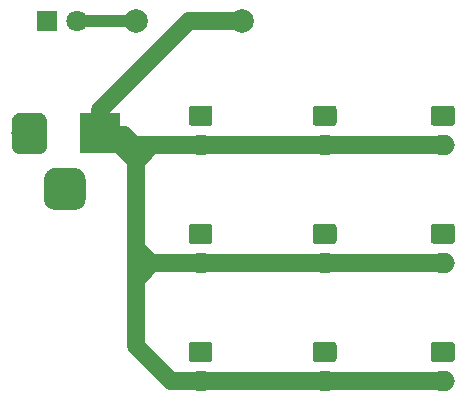
<source format=gbr>
G04 #@! TF.GenerationSoftware,KiCad,Pcbnew,(5.1.4)-1*
G04 #@! TF.CreationDate,2020-10-15T16:48:05+03:00*
G04 #@! TF.ProjectId,12V5A_breakout,31325635-415f-4627-9265-616b6f75742e,rev?*
G04 #@! TF.SameCoordinates,Original*
G04 #@! TF.FileFunction,Copper,L1,Top*
G04 #@! TF.FilePolarity,Positive*
%FSLAX46Y46*%
G04 Gerber Fmt 4.6, Leading zero omitted, Abs format (unit mm)*
G04 Created by KiCad (PCBNEW (5.1.4)-1) date 2020-10-15 16:48:05*
%MOMM*%
%LPD*%
G04 APERTURE LIST*
%ADD10O,2.000000X1.700000*%
%ADD11C,0.100000*%
%ADD12C,1.700000*%
%ADD13C,2.000000*%
%ADD14C,1.800000*%
%ADD15R,1.800000X1.800000*%
%ADD16C,3.500000*%
%ADD17C,3.000000*%
%ADD18R,3.500000X3.500000*%
%ADD19C,1.250000*%
%ADD20C,1.500000*%
%ADD21C,1.000000*%
G04 APERTURE END LIST*
D10*
X109000000Y-53500000D03*
D11*
G36*
X109774504Y-50151204D02*
G01*
X109798773Y-50154804D01*
X109822571Y-50160765D01*
X109845671Y-50169030D01*
X109867849Y-50179520D01*
X109888893Y-50192133D01*
X109908598Y-50206747D01*
X109926777Y-50223223D01*
X109943253Y-50241402D01*
X109957867Y-50261107D01*
X109970480Y-50282151D01*
X109980970Y-50304329D01*
X109989235Y-50327429D01*
X109995196Y-50351227D01*
X109998796Y-50375496D01*
X110000000Y-50400000D01*
X110000000Y-51600000D01*
X109998796Y-51624504D01*
X109995196Y-51648773D01*
X109989235Y-51672571D01*
X109980970Y-51695671D01*
X109970480Y-51717849D01*
X109957867Y-51738893D01*
X109943253Y-51758598D01*
X109926777Y-51776777D01*
X109908598Y-51793253D01*
X109888893Y-51807867D01*
X109867849Y-51820480D01*
X109845671Y-51830970D01*
X109822571Y-51839235D01*
X109798773Y-51845196D01*
X109774504Y-51848796D01*
X109750000Y-51850000D01*
X108250000Y-51850000D01*
X108225496Y-51848796D01*
X108201227Y-51845196D01*
X108177429Y-51839235D01*
X108154329Y-51830970D01*
X108132151Y-51820480D01*
X108111107Y-51807867D01*
X108091402Y-51793253D01*
X108073223Y-51776777D01*
X108056747Y-51758598D01*
X108042133Y-51738893D01*
X108029520Y-51717849D01*
X108019030Y-51695671D01*
X108010765Y-51672571D01*
X108004804Y-51648773D01*
X108001204Y-51624504D01*
X108000000Y-51600000D01*
X108000000Y-50400000D01*
X108001204Y-50375496D01*
X108004804Y-50351227D01*
X108010765Y-50327429D01*
X108019030Y-50304329D01*
X108029520Y-50282151D01*
X108042133Y-50261107D01*
X108056747Y-50241402D01*
X108073223Y-50223223D01*
X108091402Y-50206747D01*
X108111107Y-50192133D01*
X108132151Y-50179520D01*
X108154329Y-50169030D01*
X108177429Y-50160765D01*
X108201227Y-50154804D01*
X108225496Y-50151204D01*
X108250000Y-50150000D01*
X109750000Y-50150000D01*
X109774504Y-50151204D01*
X109774504Y-50151204D01*
G37*
D12*
X109000000Y-51000000D03*
D13*
X93000000Y-43000000D03*
X102000000Y-43000000D03*
D14*
X88040000Y-43000000D03*
D15*
X85500000Y-43000000D03*
D10*
X119000000Y-73500000D03*
D11*
G36*
X119774504Y-70151204D02*
G01*
X119798773Y-70154804D01*
X119822571Y-70160765D01*
X119845671Y-70169030D01*
X119867849Y-70179520D01*
X119888893Y-70192133D01*
X119908598Y-70206747D01*
X119926777Y-70223223D01*
X119943253Y-70241402D01*
X119957867Y-70261107D01*
X119970480Y-70282151D01*
X119980970Y-70304329D01*
X119989235Y-70327429D01*
X119995196Y-70351227D01*
X119998796Y-70375496D01*
X120000000Y-70400000D01*
X120000000Y-71600000D01*
X119998796Y-71624504D01*
X119995196Y-71648773D01*
X119989235Y-71672571D01*
X119980970Y-71695671D01*
X119970480Y-71717849D01*
X119957867Y-71738893D01*
X119943253Y-71758598D01*
X119926777Y-71776777D01*
X119908598Y-71793253D01*
X119888893Y-71807867D01*
X119867849Y-71820480D01*
X119845671Y-71830970D01*
X119822571Y-71839235D01*
X119798773Y-71845196D01*
X119774504Y-71848796D01*
X119750000Y-71850000D01*
X118250000Y-71850000D01*
X118225496Y-71848796D01*
X118201227Y-71845196D01*
X118177429Y-71839235D01*
X118154329Y-71830970D01*
X118132151Y-71820480D01*
X118111107Y-71807867D01*
X118091402Y-71793253D01*
X118073223Y-71776777D01*
X118056747Y-71758598D01*
X118042133Y-71738893D01*
X118029520Y-71717849D01*
X118019030Y-71695671D01*
X118010765Y-71672571D01*
X118004804Y-71648773D01*
X118001204Y-71624504D01*
X118000000Y-71600000D01*
X118000000Y-70400000D01*
X118001204Y-70375496D01*
X118004804Y-70351227D01*
X118010765Y-70327429D01*
X118019030Y-70304329D01*
X118029520Y-70282151D01*
X118042133Y-70261107D01*
X118056747Y-70241402D01*
X118073223Y-70223223D01*
X118091402Y-70206747D01*
X118111107Y-70192133D01*
X118132151Y-70179520D01*
X118154329Y-70169030D01*
X118177429Y-70160765D01*
X118201227Y-70154804D01*
X118225496Y-70151204D01*
X118250000Y-70150000D01*
X119750000Y-70150000D01*
X119774504Y-70151204D01*
X119774504Y-70151204D01*
G37*
D12*
X119000000Y-71000000D03*
D10*
X119000000Y-63500000D03*
D11*
G36*
X119774504Y-60151204D02*
G01*
X119798773Y-60154804D01*
X119822571Y-60160765D01*
X119845671Y-60169030D01*
X119867849Y-60179520D01*
X119888893Y-60192133D01*
X119908598Y-60206747D01*
X119926777Y-60223223D01*
X119943253Y-60241402D01*
X119957867Y-60261107D01*
X119970480Y-60282151D01*
X119980970Y-60304329D01*
X119989235Y-60327429D01*
X119995196Y-60351227D01*
X119998796Y-60375496D01*
X120000000Y-60400000D01*
X120000000Y-61600000D01*
X119998796Y-61624504D01*
X119995196Y-61648773D01*
X119989235Y-61672571D01*
X119980970Y-61695671D01*
X119970480Y-61717849D01*
X119957867Y-61738893D01*
X119943253Y-61758598D01*
X119926777Y-61776777D01*
X119908598Y-61793253D01*
X119888893Y-61807867D01*
X119867849Y-61820480D01*
X119845671Y-61830970D01*
X119822571Y-61839235D01*
X119798773Y-61845196D01*
X119774504Y-61848796D01*
X119750000Y-61850000D01*
X118250000Y-61850000D01*
X118225496Y-61848796D01*
X118201227Y-61845196D01*
X118177429Y-61839235D01*
X118154329Y-61830970D01*
X118132151Y-61820480D01*
X118111107Y-61807867D01*
X118091402Y-61793253D01*
X118073223Y-61776777D01*
X118056747Y-61758598D01*
X118042133Y-61738893D01*
X118029520Y-61717849D01*
X118019030Y-61695671D01*
X118010765Y-61672571D01*
X118004804Y-61648773D01*
X118001204Y-61624504D01*
X118000000Y-61600000D01*
X118000000Y-60400000D01*
X118001204Y-60375496D01*
X118004804Y-60351227D01*
X118010765Y-60327429D01*
X118019030Y-60304329D01*
X118029520Y-60282151D01*
X118042133Y-60261107D01*
X118056747Y-60241402D01*
X118073223Y-60223223D01*
X118091402Y-60206747D01*
X118111107Y-60192133D01*
X118132151Y-60179520D01*
X118154329Y-60169030D01*
X118177429Y-60160765D01*
X118201227Y-60154804D01*
X118225496Y-60151204D01*
X118250000Y-60150000D01*
X119750000Y-60150000D01*
X119774504Y-60151204D01*
X119774504Y-60151204D01*
G37*
D12*
X119000000Y-61000000D03*
D10*
X119000000Y-53500000D03*
D11*
G36*
X119774504Y-50151204D02*
G01*
X119798773Y-50154804D01*
X119822571Y-50160765D01*
X119845671Y-50169030D01*
X119867849Y-50179520D01*
X119888893Y-50192133D01*
X119908598Y-50206747D01*
X119926777Y-50223223D01*
X119943253Y-50241402D01*
X119957867Y-50261107D01*
X119970480Y-50282151D01*
X119980970Y-50304329D01*
X119989235Y-50327429D01*
X119995196Y-50351227D01*
X119998796Y-50375496D01*
X120000000Y-50400000D01*
X120000000Y-51600000D01*
X119998796Y-51624504D01*
X119995196Y-51648773D01*
X119989235Y-51672571D01*
X119980970Y-51695671D01*
X119970480Y-51717849D01*
X119957867Y-51738893D01*
X119943253Y-51758598D01*
X119926777Y-51776777D01*
X119908598Y-51793253D01*
X119888893Y-51807867D01*
X119867849Y-51820480D01*
X119845671Y-51830970D01*
X119822571Y-51839235D01*
X119798773Y-51845196D01*
X119774504Y-51848796D01*
X119750000Y-51850000D01*
X118250000Y-51850000D01*
X118225496Y-51848796D01*
X118201227Y-51845196D01*
X118177429Y-51839235D01*
X118154329Y-51830970D01*
X118132151Y-51820480D01*
X118111107Y-51807867D01*
X118091402Y-51793253D01*
X118073223Y-51776777D01*
X118056747Y-51758598D01*
X118042133Y-51738893D01*
X118029520Y-51717849D01*
X118019030Y-51695671D01*
X118010765Y-51672571D01*
X118004804Y-51648773D01*
X118001204Y-51624504D01*
X118000000Y-51600000D01*
X118000000Y-50400000D01*
X118001204Y-50375496D01*
X118004804Y-50351227D01*
X118010765Y-50327429D01*
X118019030Y-50304329D01*
X118029520Y-50282151D01*
X118042133Y-50261107D01*
X118056747Y-50241402D01*
X118073223Y-50223223D01*
X118091402Y-50206747D01*
X118111107Y-50192133D01*
X118132151Y-50179520D01*
X118154329Y-50169030D01*
X118177429Y-50160765D01*
X118201227Y-50154804D01*
X118225496Y-50151204D01*
X118250000Y-50150000D01*
X119750000Y-50150000D01*
X119774504Y-50151204D01*
X119774504Y-50151204D01*
G37*
D12*
X119000000Y-51000000D03*
D10*
X109000000Y-73500000D03*
D11*
G36*
X109774504Y-70151204D02*
G01*
X109798773Y-70154804D01*
X109822571Y-70160765D01*
X109845671Y-70169030D01*
X109867849Y-70179520D01*
X109888893Y-70192133D01*
X109908598Y-70206747D01*
X109926777Y-70223223D01*
X109943253Y-70241402D01*
X109957867Y-70261107D01*
X109970480Y-70282151D01*
X109980970Y-70304329D01*
X109989235Y-70327429D01*
X109995196Y-70351227D01*
X109998796Y-70375496D01*
X110000000Y-70400000D01*
X110000000Y-71600000D01*
X109998796Y-71624504D01*
X109995196Y-71648773D01*
X109989235Y-71672571D01*
X109980970Y-71695671D01*
X109970480Y-71717849D01*
X109957867Y-71738893D01*
X109943253Y-71758598D01*
X109926777Y-71776777D01*
X109908598Y-71793253D01*
X109888893Y-71807867D01*
X109867849Y-71820480D01*
X109845671Y-71830970D01*
X109822571Y-71839235D01*
X109798773Y-71845196D01*
X109774504Y-71848796D01*
X109750000Y-71850000D01*
X108250000Y-71850000D01*
X108225496Y-71848796D01*
X108201227Y-71845196D01*
X108177429Y-71839235D01*
X108154329Y-71830970D01*
X108132151Y-71820480D01*
X108111107Y-71807867D01*
X108091402Y-71793253D01*
X108073223Y-71776777D01*
X108056747Y-71758598D01*
X108042133Y-71738893D01*
X108029520Y-71717849D01*
X108019030Y-71695671D01*
X108010765Y-71672571D01*
X108004804Y-71648773D01*
X108001204Y-71624504D01*
X108000000Y-71600000D01*
X108000000Y-70400000D01*
X108001204Y-70375496D01*
X108004804Y-70351227D01*
X108010765Y-70327429D01*
X108019030Y-70304329D01*
X108029520Y-70282151D01*
X108042133Y-70261107D01*
X108056747Y-70241402D01*
X108073223Y-70223223D01*
X108091402Y-70206747D01*
X108111107Y-70192133D01*
X108132151Y-70179520D01*
X108154329Y-70169030D01*
X108177429Y-70160765D01*
X108201227Y-70154804D01*
X108225496Y-70151204D01*
X108250000Y-70150000D01*
X109750000Y-70150000D01*
X109774504Y-70151204D01*
X109774504Y-70151204D01*
G37*
D12*
X109000000Y-71000000D03*
D10*
X109000000Y-63500000D03*
D11*
G36*
X109774504Y-60151204D02*
G01*
X109798773Y-60154804D01*
X109822571Y-60160765D01*
X109845671Y-60169030D01*
X109867849Y-60179520D01*
X109888893Y-60192133D01*
X109908598Y-60206747D01*
X109926777Y-60223223D01*
X109943253Y-60241402D01*
X109957867Y-60261107D01*
X109970480Y-60282151D01*
X109980970Y-60304329D01*
X109989235Y-60327429D01*
X109995196Y-60351227D01*
X109998796Y-60375496D01*
X110000000Y-60400000D01*
X110000000Y-61600000D01*
X109998796Y-61624504D01*
X109995196Y-61648773D01*
X109989235Y-61672571D01*
X109980970Y-61695671D01*
X109970480Y-61717849D01*
X109957867Y-61738893D01*
X109943253Y-61758598D01*
X109926777Y-61776777D01*
X109908598Y-61793253D01*
X109888893Y-61807867D01*
X109867849Y-61820480D01*
X109845671Y-61830970D01*
X109822571Y-61839235D01*
X109798773Y-61845196D01*
X109774504Y-61848796D01*
X109750000Y-61850000D01*
X108250000Y-61850000D01*
X108225496Y-61848796D01*
X108201227Y-61845196D01*
X108177429Y-61839235D01*
X108154329Y-61830970D01*
X108132151Y-61820480D01*
X108111107Y-61807867D01*
X108091402Y-61793253D01*
X108073223Y-61776777D01*
X108056747Y-61758598D01*
X108042133Y-61738893D01*
X108029520Y-61717849D01*
X108019030Y-61695671D01*
X108010765Y-61672571D01*
X108004804Y-61648773D01*
X108001204Y-61624504D01*
X108000000Y-61600000D01*
X108000000Y-60400000D01*
X108001204Y-60375496D01*
X108004804Y-60351227D01*
X108010765Y-60327429D01*
X108019030Y-60304329D01*
X108029520Y-60282151D01*
X108042133Y-60261107D01*
X108056747Y-60241402D01*
X108073223Y-60223223D01*
X108091402Y-60206747D01*
X108111107Y-60192133D01*
X108132151Y-60179520D01*
X108154329Y-60169030D01*
X108177429Y-60160765D01*
X108201227Y-60154804D01*
X108225496Y-60151204D01*
X108250000Y-60150000D01*
X109750000Y-60150000D01*
X109774504Y-60151204D01*
X109774504Y-60151204D01*
G37*
D12*
X109000000Y-61000000D03*
D10*
X98500000Y-73500000D03*
D11*
G36*
X99274504Y-70151204D02*
G01*
X99298773Y-70154804D01*
X99322571Y-70160765D01*
X99345671Y-70169030D01*
X99367849Y-70179520D01*
X99388893Y-70192133D01*
X99408598Y-70206747D01*
X99426777Y-70223223D01*
X99443253Y-70241402D01*
X99457867Y-70261107D01*
X99470480Y-70282151D01*
X99480970Y-70304329D01*
X99489235Y-70327429D01*
X99495196Y-70351227D01*
X99498796Y-70375496D01*
X99500000Y-70400000D01*
X99500000Y-71600000D01*
X99498796Y-71624504D01*
X99495196Y-71648773D01*
X99489235Y-71672571D01*
X99480970Y-71695671D01*
X99470480Y-71717849D01*
X99457867Y-71738893D01*
X99443253Y-71758598D01*
X99426777Y-71776777D01*
X99408598Y-71793253D01*
X99388893Y-71807867D01*
X99367849Y-71820480D01*
X99345671Y-71830970D01*
X99322571Y-71839235D01*
X99298773Y-71845196D01*
X99274504Y-71848796D01*
X99250000Y-71850000D01*
X97750000Y-71850000D01*
X97725496Y-71848796D01*
X97701227Y-71845196D01*
X97677429Y-71839235D01*
X97654329Y-71830970D01*
X97632151Y-71820480D01*
X97611107Y-71807867D01*
X97591402Y-71793253D01*
X97573223Y-71776777D01*
X97556747Y-71758598D01*
X97542133Y-71738893D01*
X97529520Y-71717849D01*
X97519030Y-71695671D01*
X97510765Y-71672571D01*
X97504804Y-71648773D01*
X97501204Y-71624504D01*
X97500000Y-71600000D01*
X97500000Y-70400000D01*
X97501204Y-70375496D01*
X97504804Y-70351227D01*
X97510765Y-70327429D01*
X97519030Y-70304329D01*
X97529520Y-70282151D01*
X97542133Y-70261107D01*
X97556747Y-70241402D01*
X97573223Y-70223223D01*
X97591402Y-70206747D01*
X97611107Y-70192133D01*
X97632151Y-70179520D01*
X97654329Y-70169030D01*
X97677429Y-70160765D01*
X97701227Y-70154804D01*
X97725496Y-70151204D01*
X97750000Y-70150000D01*
X99250000Y-70150000D01*
X99274504Y-70151204D01*
X99274504Y-70151204D01*
G37*
D12*
X98500000Y-71000000D03*
D10*
X98500000Y-63500000D03*
D11*
G36*
X99274504Y-60151204D02*
G01*
X99298773Y-60154804D01*
X99322571Y-60160765D01*
X99345671Y-60169030D01*
X99367849Y-60179520D01*
X99388893Y-60192133D01*
X99408598Y-60206747D01*
X99426777Y-60223223D01*
X99443253Y-60241402D01*
X99457867Y-60261107D01*
X99470480Y-60282151D01*
X99480970Y-60304329D01*
X99489235Y-60327429D01*
X99495196Y-60351227D01*
X99498796Y-60375496D01*
X99500000Y-60400000D01*
X99500000Y-61600000D01*
X99498796Y-61624504D01*
X99495196Y-61648773D01*
X99489235Y-61672571D01*
X99480970Y-61695671D01*
X99470480Y-61717849D01*
X99457867Y-61738893D01*
X99443253Y-61758598D01*
X99426777Y-61776777D01*
X99408598Y-61793253D01*
X99388893Y-61807867D01*
X99367849Y-61820480D01*
X99345671Y-61830970D01*
X99322571Y-61839235D01*
X99298773Y-61845196D01*
X99274504Y-61848796D01*
X99250000Y-61850000D01*
X97750000Y-61850000D01*
X97725496Y-61848796D01*
X97701227Y-61845196D01*
X97677429Y-61839235D01*
X97654329Y-61830970D01*
X97632151Y-61820480D01*
X97611107Y-61807867D01*
X97591402Y-61793253D01*
X97573223Y-61776777D01*
X97556747Y-61758598D01*
X97542133Y-61738893D01*
X97529520Y-61717849D01*
X97519030Y-61695671D01*
X97510765Y-61672571D01*
X97504804Y-61648773D01*
X97501204Y-61624504D01*
X97500000Y-61600000D01*
X97500000Y-60400000D01*
X97501204Y-60375496D01*
X97504804Y-60351227D01*
X97510765Y-60327429D01*
X97519030Y-60304329D01*
X97529520Y-60282151D01*
X97542133Y-60261107D01*
X97556747Y-60241402D01*
X97573223Y-60223223D01*
X97591402Y-60206747D01*
X97611107Y-60192133D01*
X97632151Y-60179520D01*
X97654329Y-60169030D01*
X97677429Y-60160765D01*
X97701227Y-60154804D01*
X97725496Y-60151204D01*
X97750000Y-60150000D01*
X99250000Y-60150000D01*
X99274504Y-60151204D01*
X99274504Y-60151204D01*
G37*
D12*
X98500000Y-61000000D03*
D10*
X98500000Y-53500000D03*
D11*
G36*
X99274504Y-50151204D02*
G01*
X99298773Y-50154804D01*
X99322571Y-50160765D01*
X99345671Y-50169030D01*
X99367849Y-50179520D01*
X99388893Y-50192133D01*
X99408598Y-50206747D01*
X99426777Y-50223223D01*
X99443253Y-50241402D01*
X99457867Y-50261107D01*
X99470480Y-50282151D01*
X99480970Y-50304329D01*
X99489235Y-50327429D01*
X99495196Y-50351227D01*
X99498796Y-50375496D01*
X99500000Y-50400000D01*
X99500000Y-51600000D01*
X99498796Y-51624504D01*
X99495196Y-51648773D01*
X99489235Y-51672571D01*
X99480970Y-51695671D01*
X99470480Y-51717849D01*
X99457867Y-51738893D01*
X99443253Y-51758598D01*
X99426777Y-51776777D01*
X99408598Y-51793253D01*
X99388893Y-51807867D01*
X99367849Y-51820480D01*
X99345671Y-51830970D01*
X99322571Y-51839235D01*
X99298773Y-51845196D01*
X99274504Y-51848796D01*
X99250000Y-51850000D01*
X97750000Y-51850000D01*
X97725496Y-51848796D01*
X97701227Y-51845196D01*
X97677429Y-51839235D01*
X97654329Y-51830970D01*
X97632151Y-51820480D01*
X97611107Y-51807867D01*
X97591402Y-51793253D01*
X97573223Y-51776777D01*
X97556747Y-51758598D01*
X97542133Y-51738893D01*
X97529520Y-51717849D01*
X97519030Y-51695671D01*
X97510765Y-51672571D01*
X97504804Y-51648773D01*
X97501204Y-51624504D01*
X97500000Y-51600000D01*
X97500000Y-50400000D01*
X97501204Y-50375496D01*
X97504804Y-50351227D01*
X97510765Y-50327429D01*
X97519030Y-50304329D01*
X97529520Y-50282151D01*
X97542133Y-50261107D01*
X97556747Y-50241402D01*
X97573223Y-50223223D01*
X97591402Y-50206747D01*
X97611107Y-50192133D01*
X97632151Y-50179520D01*
X97654329Y-50169030D01*
X97677429Y-50160765D01*
X97701227Y-50154804D01*
X97725496Y-50151204D01*
X97750000Y-50150000D01*
X99250000Y-50150000D01*
X99274504Y-50151204D01*
X99274504Y-50151204D01*
G37*
D12*
X98500000Y-51000000D03*
D11*
G36*
X87960765Y-55454213D02*
G01*
X88045704Y-55466813D01*
X88128999Y-55487677D01*
X88209848Y-55516605D01*
X88287472Y-55553319D01*
X88361124Y-55597464D01*
X88430094Y-55648616D01*
X88493718Y-55706282D01*
X88551384Y-55769906D01*
X88602536Y-55838876D01*
X88646681Y-55912528D01*
X88683395Y-55990152D01*
X88712323Y-56071001D01*
X88733187Y-56154296D01*
X88745787Y-56239235D01*
X88750000Y-56325000D01*
X88750000Y-58075000D01*
X88745787Y-58160765D01*
X88733187Y-58245704D01*
X88712323Y-58328999D01*
X88683395Y-58409848D01*
X88646681Y-58487472D01*
X88602536Y-58561124D01*
X88551384Y-58630094D01*
X88493718Y-58693718D01*
X88430094Y-58751384D01*
X88361124Y-58802536D01*
X88287472Y-58846681D01*
X88209848Y-58883395D01*
X88128999Y-58912323D01*
X88045704Y-58933187D01*
X87960765Y-58945787D01*
X87875000Y-58950000D01*
X86125000Y-58950000D01*
X86039235Y-58945787D01*
X85954296Y-58933187D01*
X85871001Y-58912323D01*
X85790152Y-58883395D01*
X85712528Y-58846681D01*
X85638876Y-58802536D01*
X85569906Y-58751384D01*
X85506282Y-58693718D01*
X85448616Y-58630094D01*
X85397464Y-58561124D01*
X85353319Y-58487472D01*
X85316605Y-58409848D01*
X85287677Y-58328999D01*
X85266813Y-58245704D01*
X85254213Y-58160765D01*
X85250000Y-58075000D01*
X85250000Y-56325000D01*
X85254213Y-56239235D01*
X85266813Y-56154296D01*
X85287677Y-56071001D01*
X85316605Y-55990152D01*
X85353319Y-55912528D01*
X85397464Y-55838876D01*
X85448616Y-55769906D01*
X85506282Y-55706282D01*
X85569906Y-55648616D01*
X85638876Y-55597464D01*
X85712528Y-55553319D01*
X85790152Y-55516605D01*
X85871001Y-55487677D01*
X85954296Y-55466813D01*
X86039235Y-55454213D01*
X86125000Y-55450000D01*
X87875000Y-55450000D01*
X87960765Y-55454213D01*
X87960765Y-55454213D01*
G37*
D16*
X87000000Y-57200000D03*
D11*
G36*
X84823513Y-50753611D02*
G01*
X84896318Y-50764411D01*
X84967714Y-50782295D01*
X85037013Y-50807090D01*
X85103548Y-50838559D01*
X85166678Y-50876398D01*
X85225795Y-50920242D01*
X85280330Y-50969670D01*
X85329758Y-51024205D01*
X85373602Y-51083322D01*
X85411441Y-51146452D01*
X85442910Y-51212987D01*
X85467705Y-51282286D01*
X85485589Y-51353682D01*
X85496389Y-51426487D01*
X85500000Y-51500000D01*
X85500000Y-53500000D01*
X85496389Y-53573513D01*
X85485589Y-53646318D01*
X85467705Y-53717714D01*
X85442910Y-53787013D01*
X85411441Y-53853548D01*
X85373602Y-53916678D01*
X85329758Y-53975795D01*
X85280330Y-54030330D01*
X85225795Y-54079758D01*
X85166678Y-54123602D01*
X85103548Y-54161441D01*
X85037013Y-54192910D01*
X84967714Y-54217705D01*
X84896318Y-54235589D01*
X84823513Y-54246389D01*
X84750000Y-54250000D01*
X83250000Y-54250000D01*
X83176487Y-54246389D01*
X83103682Y-54235589D01*
X83032286Y-54217705D01*
X82962987Y-54192910D01*
X82896452Y-54161441D01*
X82833322Y-54123602D01*
X82774205Y-54079758D01*
X82719670Y-54030330D01*
X82670242Y-53975795D01*
X82626398Y-53916678D01*
X82588559Y-53853548D01*
X82557090Y-53787013D01*
X82532295Y-53717714D01*
X82514411Y-53646318D01*
X82503611Y-53573513D01*
X82500000Y-53500000D01*
X82500000Y-51500000D01*
X82503611Y-51426487D01*
X82514411Y-51353682D01*
X82532295Y-51282286D01*
X82557090Y-51212987D01*
X82588559Y-51146452D01*
X82626398Y-51083322D01*
X82670242Y-51024205D01*
X82719670Y-50969670D01*
X82774205Y-50920242D01*
X82833322Y-50876398D01*
X82896452Y-50838559D01*
X82962987Y-50807090D01*
X83032286Y-50782295D01*
X83103682Y-50764411D01*
X83176487Y-50753611D01*
X83250000Y-50750000D01*
X84750000Y-50750000D01*
X84823513Y-50753611D01*
X84823513Y-50753611D01*
G37*
D17*
X84000000Y-52500000D03*
D18*
X90000000Y-52500000D03*
D19*
X91500000Y-53500000D02*
X93000000Y-55000000D01*
X94500000Y-63500000D02*
X93000000Y-62000000D01*
X94500000Y-63500000D02*
X93000000Y-65000000D01*
X93000000Y-55000000D02*
X94500000Y-53500000D01*
D20*
X100585787Y-43000000D02*
X102000000Y-43000000D01*
X97500000Y-43000000D02*
X100585787Y-43000000D01*
X90000000Y-50500000D02*
X97500000Y-43000000D01*
X90000000Y-52500000D02*
X90000000Y-50500000D01*
X93000000Y-53500000D02*
X98500000Y-53500000D01*
X98500000Y-53500000D02*
X109000000Y-53500000D01*
X109000000Y-53500000D02*
X119000000Y-53500000D01*
X98500000Y-73500000D02*
X109000000Y-73500000D01*
X109000000Y-73500000D02*
X119000000Y-73500000D01*
X98500000Y-63500000D02*
X93000000Y-63500000D01*
X93000000Y-53500000D02*
X93000000Y-63500000D01*
X98500000Y-63500000D02*
X109000000Y-63500000D01*
X109000000Y-63500000D02*
X119000000Y-63500000D01*
X96000000Y-73500000D02*
X98500000Y-73500000D01*
X93000000Y-63500000D02*
X93000000Y-70500000D01*
X93000000Y-70500000D02*
X96000000Y-73500000D01*
D19*
X92000000Y-52500000D02*
X90000000Y-52500000D01*
X93000000Y-53500000D02*
X92000000Y-52500000D01*
D21*
X93000000Y-43000000D02*
X88040000Y-43000000D01*
M02*

</source>
